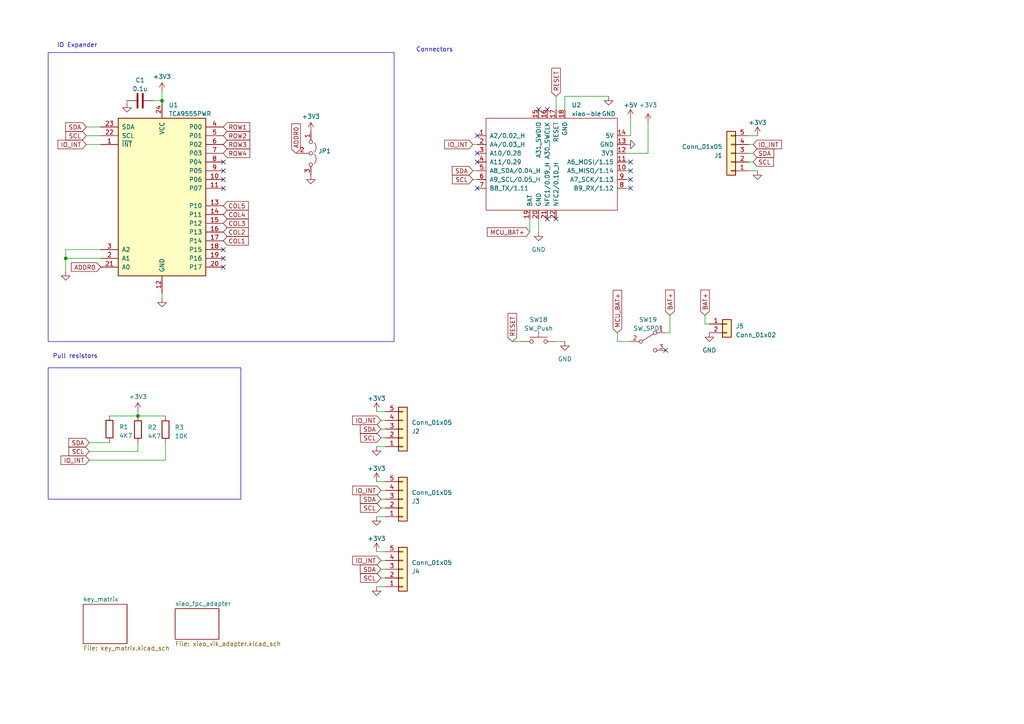
<source format=kicad_sch>
(kicad_sch (version 20230121) (generator eeschema)
  (paper "A4")
  (lib_symbols
    (symbol "+3V3_1" (power) (pin_names (offset 0))
      (property "Value" "+3V3_1" (at 0 3.556 0))
      (symbol "+3V3_1_0_1"
        (polyline (pts (xy -0.762 1.27) (xy 0 2.54)))
        (polyline (pts (xy 0 0) (xy 0 2.54)))
        (polyline (pts (xy 0 2.54) (xy 0.762 1.27)))
      )
      (symbol "+3V3_1_1_1"
        (pin power_in line (at 0 0 90) (length 0) hide (name "+3V3") (number "1"))
      )
    )
    (symbol "Connector_Generic:Conn_01x02" (pin_names (offset 1.016) hide)
      (property "Reference" "J" (at 0 2.54 0))
      (property "Value" "Conn_01x02" (at 0 -5.08 0))
      (symbol "Conn_01x02_1_1"
        (rectangle (start -1.27 -2.413) (end 0 -2.667) (stroke (width 0.1524)))
        (rectangle (start -1.27 0.127) (end 0 -0.127) (stroke (width 0.1524)))
        (rectangle (start -1.27 1.27) (end 1.27 -3.81) (stroke (width 0.254)) (fill (type background)))
        (pin passive line (at -5.08 0 0) (length 3.81) (name "Pin_1") (number "1"))
        (pin passive line (at -5.08 -2.54 0) (length 3.81) (name "Pin_2") (number "2"))
      )
    )
    (symbol "Connector_Generic:Conn_01x05" (pin_names (offset 1.016) hide)
      (property "Reference" "J" (at 0 7.62 0))
      (property "Value" "Conn_01x05" (at 0 -7.62 0))
      (symbol "Conn_01x05_1_1"
        (rectangle (start -1.27 -4.953) (end 0 -5.207) (stroke (width 0.1524)))
        (rectangle (start -1.27 -2.413) (end 0 -2.667) (stroke (width 0.1524)))
        (rectangle (start -1.27 0.127) (end 0 -0.127) (stroke (width 0.1524)))
        (rectangle (start -1.27 2.667) (end 0 2.413) (stroke (width 0.1524)))
        (rectangle (start -1.27 5.207) (end 0 4.953) (stroke (width 0.1524)))
        (rectangle (start -1.27 6.35) (end 1.27 -6.35) (stroke (width 0.254)) (fill (type background)))
        (pin passive line (at -5.08 5.08 0) (length 3.81) (name "Pin_1") (number "1"))
        (pin passive line (at -5.08 2.54 0) (length 3.81) (name "Pin_2") (number "2"))
        (pin passive line (at -5.08 0 0) (length 3.81) (name "Pin_3") (number "3"))
        (pin passive line (at -5.08 -2.54 0) (length 3.81) (name "Pin_4") (number "4"))
        (pin passive line (at -5.08 -5.08 0) (length 3.81) (name "Pin_5") (number "5"))
      )
    )
    (symbol "Device:C" (pin_numbers hide) (pin_names (offset 0.254))
      (property "Reference" "C" (at 0.635 2.54 0))
      (property "Value" "C" (at 0.635 -2.54 0))
      (symbol "C_0_1"
        (polyline (pts (xy -2.032 -0.762) (xy 2.032 -0.762)) (stroke (width 0.508)))
        (polyline (pts (xy -2.032 0.762) (xy 2.032 0.762)) (stroke (width 0.508)))
      )
      (symbol "C_1_1"
        (pin passive line (at 0 3.81 270) (length 2.794) (name "~") (number "1"))
        (pin passive line (at 0 -3.81 90) (length 2.794) (name "~") (number "2"))
      )
    )
    (symbol "Device:R" (pin_numbers hide) (pin_names (offset 0))
      (property "Reference" "R" (at 2.032 0 90))
      (property "Value" "R" (at 0 0 90))
      (symbol "R_0_1"
        (rectangle (start -1.016 -2.54) (end 1.016 2.54) (stroke (width 0.254)))
      )
      (symbol "R_1_1"
        (pin passive line (at 0 3.81 270) (length 1.27) (name "~") (number "1"))
        (pin passive line (at 0 -3.81 90) (length 1.27) (name "~") (number "2"))
      )
    )
    (symbol "Interface_Expansion:TCA9555PWR" (pin_names (offset 1.016))
      (property "Reference" "U" (at -11.43 24.13 0))
      (property "Value" "TCA9555PWR" (at 0 0 0))
      (symbol "TCA9555PWR_0_1"
        (rectangle (start -12.7 22.86) (end 12.7 -22.86) (stroke (width 0.254)) (fill (type background)))
      )
      (symbol "TCA9555PWR_1_1"
        (pin open_collector line (at -17.78 15.24 0) (length 5.08) (name "~{INT}") (number "1"))
        (pin bidirectional line (at 17.78 5.08 180) (length 5.08) (name "P06") (number "10"))
        (pin bidirectional line (at 17.78 2.54 180) (length 5.08) (name "P07") (number "11"))
        (pin power_in line (at 0 -27.94 90) (length 5.08) (name "GND") (number "12"))
        (pin bidirectional line (at 17.78 -2.54 180) (length 5.08) (name "P10") (number "13"))
        (pin bidirectional line (at 17.78 -5.08 180) (length 5.08) (name "P11") (number "14"))
        (pin bidirectional line (at 17.78 -7.62 180) (length 5.08) (name "P12") (number "15"))
        (pin bidirectional line (at 17.78 -10.16 180) (length 5.08) (name "P13") (number "16"))
        (pin bidirectional line (at 17.78 -12.7 180) (length 5.08) (name "P14") (number "17"))
        (pin bidirectional line (at 17.78 -15.24 180) (length 5.08) (name "P15") (number "18"))
        (pin bidirectional line (at 17.78 -17.78 180) (length 5.08) (name "P16") (number "19"))
        (pin input line (at -17.78 -17.78 0) (length 5.08) (name "A1") (number "2"))
        (pin bidirectional line (at 17.78 -20.32 180) (length 5.08) (name "P17") (number "20"))
        (pin input line (at -17.78 -20.32 0) (length 5.08) (name "A0") (number "21"))
        (pin input line (at -17.78 17.78 0) (length 5.08) (name "SCL") (number "22"))
        (pin bidirectional line (at -17.78 20.32 0) (length 5.08) (name "SDA") (number "23"))
        (pin power_in line (at 0 27.94 270) (length 5.08) (name "VCC") (number "24"))
        (pin input line (at -17.78 -15.24 0) (length 5.08) (name "A2") (number "3"))
        (pin bidirectional line (at 17.78 20.32 180) (length 5.08) (name "P00") (number "4"))
        (pin bidirectional line (at 17.78 17.78 180) (length 5.08) (name "P01") (number "5"))
        (pin bidirectional line (at 17.78 15.24 180) (length 5.08) (name "P02") (number "6"))
        (pin bidirectional line (at 17.78 12.7 180) (length 5.08) (name "P03") (number "7"))
        (pin bidirectional line (at 17.78 10.16 180) (length 5.08) (name "P04") (number "8"))
        (pin bidirectional line (at 17.78 7.62 180) (length 5.08) (name "P05") (number "9"))
      )
    )
    (symbol "Jumper:Jumper_3_Open" (pin_names (offset 0) hide)
      (property "Reference" "JP" (at -2.54 -2.54 0))
      (property "Value" "Jumper_3_Open" (at 0 2.794 0))
      (symbol "Jumper_3_Open_0_0"
        (circle (center -3.302 0) (radius 0.508))
        (circle (center 0 0) (radius 0.508))
        (circle (center 3.302 0) (radius 0.508))
      )
      (symbol "Jumper_3_Open_0_1"
        (arc (start -0.254 1.016) (mid -1.651 1.4992) (end -3.048 1.016))
        (polyline (pts (xy 0 -0.508) (xy 0 -1.27)))
        (arc (start 3.048 1.016) (mid 1.651 1.4992) (end 0.254 1.016))
      )
      (symbol "Jumper_3_Open_1_1"
        (pin passive line (at -6.35 0 0) (length 2.54) (name "A") (number "1"))
        (pin passive line (at 0 -3.81 90) (length 2.54) (name "C") (number "2"))
        (pin passive line (at 6.35 0 180) (length 2.54) (name "B") (number "3"))
      )
    )
    (symbol "Switch:SW_Push" (pin_numbers hide) (pin_names (offset 1.016) hide)
      (property "Reference" "SW" (at 1.27 2.54 0))
      (property "Value" "SW_Push" (at 0 -1.524 0))
      (symbol "SW_Push_0_1"
        (circle (center -2.032 0) (radius 0.508))
        (polyline (pts (xy 0 1.27) (xy 0 3.048)))
        (polyline (pts (xy 2.54 1.27) (xy -2.54 1.27)))
        (circle (center 2.032 0) (radius 0.508))
        (pin passive line (at -5.08 0 0) (length 2.54) (name "1") (number "1"))
        (pin passive line (at 5.08 0 180) (length 2.54) (name "2") (number "2"))
      )
    )
    (symbol "Switch:SW_SPDT" (pin_names (offset 0) hide)
      (property "Reference" "SW" (at 0 4.318 0))
      (property "Value" "SW_SPDT" (at 0 -5.08 0))
      (symbol "SW_SPDT_0_0"
        (circle (center -2.032 0) (radius 0.508))
        (circle (center 2.032 -2.54) (radius 0.508))
      )
      (symbol "SW_SPDT_0_1"
        (polyline (pts (xy -1.524 0.254) (xy 1.651 2.286)))
        (circle (center 2.032 2.54) (radius 0.508))
      )
      (symbol "SW_SPDT_1_1"
        (pin passive line (at 5.08 2.54 180) (length 2.54) (name "A") (number "1"))
        (pin passive line (at -5.08 0 0) (length 2.54) (name "B") (number "2"))
        (pin passive line (at 5.08 -2.54 180) (length 2.54) (name "C") (number "3"))
      )
    )
    (symbol "mcu:xiao-ble" (pin_names (offset 1.016))
      (property "Reference" "U" (at -17.78 16.51 0))
      (property "Value" "xiao-ble" (at -15.24 13.97 0))
      (symbol "xiao-ble_0_1"
        (rectangle (start -19.05 12.7) (end 19.05 -13.97))
      )
      (symbol "xiao-ble_1_1"
        (pin bidirectional line (at -21.59 7.62 0) (length 2.54) (name "A2/0.02_H") (number "1"))
        (pin bidirectional line (at 21.59 -2.54 180) (length 2.54) (name "A5_MISO/1.14") (number "10"))
        (pin bidirectional line (at 21.59 0 180) (length 2.54) (name "A6_MOSI/1.15") (number "11"))
        (pin power_out line (at 21.59 2.54 180) (length 2.54) (name "3V3") (number "12"))
        (pin power_out line (at 21.59 5.08 180) (length 2.54) (name "GND") (number "13"))
        (pin power_out line (at 21.59 7.62 180) (length 2.54) (name "5V") (number "14"))
        (pin input line (at -3.81 15.24 270) (length 2.54) (name "A31_SWDIO") (number "15"))
        (pin input line (at -1.27 15.24 270) (length 2.54) (name "A30_SWCLK") (number "16"))
        (pin input line (at 1.27 15.24 270) (length 2.54) (name "RESET") (number "17"))
        (pin power_out line (at 3.81 15.24 270) (length 2.54) (name "GND") (number "18"))
        (pin bidirectional line (at -6.35 -16.51 90) (length 2.54) (name "BAT") (number "19"))
        (pin bidirectional line (at -21.59 5.08 0) (length 2.54) (name "A4/0.03_H") (number "2"))
        (pin power_out line (at -3.81 -16.51 90) (length 2.54) (name "GND") (number "20"))
        (pin bidirectional line (at -1.27 -16.51 90) (length 2.54) (name "NFC1/0.09_H") (number "21"))
        (pin bidirectional line (at 1.27 -16.51 90) (length 2.54) (name "NFC2/0.10_H") (number "22"))
        (pin bidirectional line (at -21.59 2.54 0) (length 2.54) (name "A10/0.28") (number "3"))
        (pin bidirectional line (at -21.59 0 0) (length 2.54) (name "A11/0.29") (number "4"))
        (pin bidirectional line (at -21.59 -2.54 0) (length 2.54) (name "A8_SDA/0.04_H") (number "5"))
        (pin bidirectional line (at -21.59 -5.08 0) (length 2.54) (name "A9_SCL/0.05_H") (number "6"))
        (pin bidirectional line (at -21.59 -7.62 0) (length 2.54) (name "B8_TX/1.11") (number "7"))
        (pin bidirectional line (at 21.59 -7.62 180) (length 2.54) (name "B9_RX/1.12") (number "8"))
        (pin bidirectional line (at 21.59 -5.08 180) (length 2.54) (name "A7_SCK/1.13") (number "9"))
      )
    )
    (symbol "power:+5V" (power) (pin_names (offset 0))
      (property "Value" "+5V" (at 0 3.556 0))
      (symbol "+5V_0_1"
        (polyline (pts (xy -0.762 1.27) (xy 0 2.54)))
        (polyline (pts (xy 0 0) (xy 0 2.54)))
        (polyline (pts (xy 0 2.54) (xy 0.762 1.27)))
      )
      (symbol "+5V_1_1"
        (pin power_in line (at 0 0 90) (length 0) hide (name "+5V") (number "1"))
      )
    )
    (symbol "power:GND" (power) (pin_names (offset 0))
      (property "Value" "GND" (at 0 -3.81 0))
      (symbol "GND_0_1"
        (polyline (pts (xy 0 0) (xy 0 -1.27) (xy 1.27 -1.27) (xy 0 -2.54) (xy -1.27 -1.27) (xy 0 -1.27)))
      )
      (symbol "GND_1_1"
        (pin power_in line (at 0 0 270) (length 0) hide (name "GND") (number "1"))
      )
    )
  )
  (junction (at 40.005 120.65))
  (junction (at 19.05 74.93))
  (junction (at 46.99 29.21))
  (no_connect (at 193.04 101.6))
  (no_connect (at 182.88 52.07))
  (no_connect (at 138.43 44.45))
  (no_connect (at 156.21 31.75))
  (no_connect (at 64.77 52.07))
  (no_connect (at 64.77 77.47))
  (no_connect (at 64.77 49.53))
  (no_connect (at 64.77 74.93))
  (no_connect (at 138.43 54.61))
  (no_connect (at 64.77 46.99))
  (no_connect (at 158.75 63.5))
  (no_connect (at 138.43 46.99))
  (no_connect (at 64.77 72.39))
  (no_connect (at 64.77 54.61))
  (no_connect (at 182.88 49.53))
  (no_connect (at 182.88 54.61))
  (no_connect (at 161.29 63.5))
  (no_connect (at 158.75 31.75))
  (no_connect (at 182.88 46.99))
  (no_connect (at 138.43 39.37))
  (wire (pts (xy 218.44 46.99) (xy 217.17 46.99)))
  (wire (pts (xy 47.752 133.477) (xy 48.006 133.35)))
  (wire (pts (xy 19.05 72.39) (xy 29.21 72.39)))
  (wire (pts (xy 182.88 34.29) (xy 182.88 39.37)))
  (wire (pts (xy 36.83 29.21) (xy 36.83 29.972)))
  (wire (pts (xy 110.49 144.78) (xy 111.76 144.78)))
  (wire (pts (xy 19.05 72.39) (xy 19.05 74.93)))
  (wire (pts (xy 25.019 41.91) (xy 29.21 41.91)))
  (wire (pts (xy 181.61 49.53) (xy 182.88 49.53)))
  (wire (pts (xy 109.22 160.02) (xy 111.76 160.02)))
  (wire (pts (xy 204.47 93.98) (xy 205.74 93.98)))
  (wire (pts (xy 137.16 49.53) (xy 138.43 49.53)))
  (wire (pts (xy 25.908 130.937) (xy 40.005 130.937)))
  (wire (pts (xy 194.31 91.44) (xy 194.31 96.52)))
  (wire (pts (xy 48.006 120.65) (xy 48.006 120.777)))
  (wire (pts (xy 40.005 120.65) (xy 48.006 120.65)))
  (wire (pts (xy 25.908 128.397) (xy 31.75 128.397)))
  (wire (pts (xy 179.07 96.52) (xy 179.07 99.06)))
  (wire (pts (xy 110.49 124.46) (xy 111.76 124.46)))
  (wire (pts (xy 109.22 170.18) (xy 111.76 170.18)))
  (wire (pts (xy 110.49 121.92) (xy 111.76 121.92)))
  (wire (pts (xy 218.44 44.45) (xy 217.17 44.45)))
  (wire (pts (xy 40.005 120.65) (xy 40.005 120.777)))
  (wire (pts (xy 19.05 74.93) (xy 29.21 74.93)))
  (wire (pts (xy 40.005 119.38) (xy 40.005 120.65)))
  (wire (pts (xy 40.005 128.397) (xy 40.005 130.937)))
  (wire (pts (xy 109.22 119.38) (xy 111.76 119.38)))
  (wire (pts (xy 182.88 52.07) (xy 181.61 52.07)))
  (wire (pts (xy 110.49 142.24) (xy 111.76 142.24)))
  (wire (pts (xy 110.49 147.32) (xy 111.76 147.32)))
  (wire (pts (xy 137.16 41.91) (xy 138.43 41.91)))
  (wire (pts (xy 181.61 44.45) (xy 187.96 44.45)))
  (wire (pts (xy 153.67 63.5) (xy 153.67 67.31)))
  (wire (pts (xy 44.45 29.21) (xy 46.99 29.21)))
  (wire (pts (xy 29.21 36.83) (xy 25.019 36.83)))
  (wire (pts (xy 148.59 99.06) (xy 151.13 99.06)))
  (wire (pts (xy 182.88 46.99) (xy 181.61 46.99)))
  (wire (pts (xy 204.47 91.44) (xy 204.47 93.98)))
  (wire (pts (xy 110.49 167.64) (xy 111.76 167.64)))
  (wire (pts (xy 48.006 128.397) (xy 48.006 133.35)))
  (wire (pts (xy 110.49 165.1) (xy 111.76 165.1)))
  (wire (pts (xy 110.49 162.56) (xy 111.76 162.56)))
  (wire (pts (xy 46.99 85.09) (xy 46.99 86.487)))
  (wire (pts (xy 109.22 129.54) (xy 111.76 129.54)))
  (wire (pts (xy 25.908 133.477) (xy 47.752 133.477)))
  (wire (pts (xy 46.99 26.543) (xy 46.99 29.21)))
  (wire (pts (xy 179.07 99.06) (xy 182.88 99.06)))
  (wire (pts (xy 163.83 27.94) (xy 163.83 31.75)))
  (wire (pts (xy 187.96 44.45) (xy 187.96 35.56)))
  (wire (pts (xy 31.75 128.397) (xy 31.75 128.27)))
  (wire (pts (xy 137.16 52.07) (xy 138.43 52.07)))
  (wire (pts (xy 31.75 120.65) (xy 40.005 120.65)))
  (wire (pts (xy 161.29 27.94) (xy 161.29 31.75)))
  (wire (pts (xy 182.88 54.61) (xy 181.61 54.61)))
  (wire (pts (xy 218.44 41.91) (xy 217.17 41.91)))
  (wire (pts (xy 163.83 99.06) (xy 161.29 99.06)))
  (wire (pts (xy 25.019 39.37) (xy 29.21 39.37)))
  (wire (pts (xy 156.21 63.5) (xy 156.21 67.31)))
  (wire (pts (xy 219.71 39.37) (xy 217.17 39.37)))
  (wire (pts (xy 109.22 139.7) (xy 111.76 139.7)))
  (wire (pts (xy 109.22 149.86) (xy 111.76 149.86)))
  (wire (pts (xy 110.49 127) (xy 111.76 127)))
  (wire (pts (xy 194.31 96.52) (xy 193.04 96.52)))
  (wire (pts (xy 163.83 27.94) (xy 176.53 27.94)))
  (wire (pts (xy 182.88 39.37) (xy 181.61 39.37)))
  (wire (pts (xy 19.05 74.93) (xy 19.05 78.74)))
  (wire (pts (xy 219.71 49.53) (xy 217.17 49.53)))
  (wire (pts (xy 85.852 44.45) (xy 86.36 44.45)))
  (rectangle (start 13.97 15.24) (end 114.3 99.06))
  (rectangle (start 13.97 106.68) (end 69.85 144.78))
  (text "Pull resistors" (at 15.24 104.14 0) (effects (font (size 1.27 1.27)) (justify left bottom)))
  (text "IO Expander" (at 16.51 13.97 0) (effects (font (size 1.27 1.27)) (justify left bottom)))
  (text "Connectors" (at 120.65 15.24 0) (effects (font (size 1.27 1.27)) (justify left bottom)))
  (global_label "SDA" (shape input) (at 110.49 124.46 180) (property "Intersheetrefs" "${INTERSHEET_REFS}" (effects hide)))
  (global_label "IO_INT" (shape input) (at 110.49 162.56 180) (property "Intersheetrefs" "${INTERSHEET_REFS}" (effects hide)))
  (global_label "RESET" (shape input) (at 161.29 27.94 90) (property "Intersheetrefs" "${INTERSHEET_REFS}" (effects hide)))
  (global_label "IO_INT" (shape input) (at 25.908 133.477 180) (property "Intersheetrefs" "${INTERSHEET_REFS}" (effects hide)))
  (global_label "ADDR0" (shape input) (at 29.21 77.47 180) (property "Intersheetrefs" "${INTERSHEET_REFS}" (effects hide)))
  (global_label "IO_INT" (shape input) (at 110.49 121.92 180) (property "Intersheetrefs" "${INTERSHEET_REFS}" (effects hide)))
  (global_label "COL3" (shape input) (at 64.77 64.77 0) (property "Intersheetrefs" "${INTERSHEET_REFS}" (effects hide)))
  (global_label "MCU_BAT+" (shape input) (at 179.07 96.52 90) (property "Intersheetrefs" "${INTERSHEET_REFS}" (effects hide)))
  (global_label "MCU_BAT+" (shape input) (at 153.67 67.31 180) (property "Intersheetrefs" "${INTERSHEET_REFS}" (effects hide)))
  (global_label "SCL" (shape input) (at 137.16 52.07 180) (property "Intersheetrefs" "${INTERSHEET_REFS}" (effects hide)))
  (global_label "ROW4" (shape input) (at 64.77 44.45 0) (property "Intersheetrefs" "${INTERSHEET_REFS}" (effects hide)))
  (global_label "BAT+" (shape input) (at 194.31 91.44 90) (property "Intersheetrefs" "${INTERSHEET_REFS}" (effects hide)))
  (global_label "SCL" (shape input) (at 25.019 39.37 180) (property "Intersheetrefs" "${INTERSHEET_REFS}" (effects hide)))
  (global_label "SDA" (shape input) (at 25.019 36.83 180) (property "Intersheetrefs" "${INTERSHEET_REFS}" (effects hide)))
  (global_label "SDA" (shape input) (at 110.49 165.1 180) (property "Intersheetrefs" "${INTERSHEET_REFS}" (effects hide)))
  (global_label "COL4" (shape input) (at 64.77 62.23 0) (property "Intersheetrefs" "${INTERSHEET_REFS}" (effects hide)))
  (global_label "SCL" (shape input) (at 110.49 127 180) (property "Intersheetrefs" "${INTERSHEET_REFS}" (effects hide)))
  (global_label "SCL" (shape input) (at 218.44 46.99 0) (property "Intersheetrefs" "${INTERSHEET_REFS}" (effects hide)))
  (global_label "SCL" (shape input) (at 110.49 167.64 180) (property "Intersheetrefs" "${INTERSHEET_REFS}" (effects hide)))
  (global_label "COL5" (shape input) (at 64.77 59.69 0) (property "Intersheetrefs" "${INTERSHEET_REFS}" (effects hide)))
  (global_label "RESET" (shape input) (at 148.59 99.06 90) (property "Intersheetrefs" "${INTERSHEET_REFS}" (effects hide)))
  (global_label "COL1" (shape input) (at 64.77 69.85 0) (property "Intersheetrefs" "${INTERSHEET_REFS}" (effects hide)))
  (global_label "SDA" (shape input) (at 137.16 49.53 180) (property "Intersheetrefs" "${INTERSHEET_REFS}" (effects hide)))
  (global_label "SDA" (shape input) (at 110.49 144.78 180) (property "Intersheetrefs" "${INTERSHEET_REFS}" (effects hide)))
  (global_label "SCL" (shape input) (at 25.908 130.937 180) (property "Intersheetrefs" "${INTERSHEET_REFS}" (effects hide)))
  (global_label "ROW3" (shape input) (at 64.77 41.91 0) (property "Intersheetrefs" "${INTERSHEET_REFS}" (effects hide)))
  (global_label "ROW1" (shape input) (at 64.77 36.83 0) (property "Intersheetrefs" "${INTERSHEET_REFS}" (effects hide)))
  (global_label "IO_INT" (shape input) (at 137.16 41.91 180) (property "Intersheetrefs" "${INTERSHEET_REFS}" (effects hide)))
  (global_label "SDA" (shape input) (at 25.908 128.397 180) (property "Intersheetrefs" "${INTERSHEET_REFS}" (effects hide)))
  (global_label "BAT+" (shape input) (at 204.47 91.44 90) (property "Intersheetrefs" "${INTERSHEET_REFS}" (effects hide)))
  (global_label "SDA" (shape input) (at 218.44 44.45 0) (property "Intersheetrefs" "${INTERSHEET_REFS}" (effects hide)))
  (global_label "IO_INT" (shape input) (at 218.44 41.91 0) (property "Intersheetrefs" "${INTERSHEET_REFS}" (effects hide)))
  (global_label "IO_INT" (shape input) (at 25.019 41.91 180) (property "Intersheetrefs" "${INTERSHEET_REFS}" (effects hide)))
  (global_label "ADDR0" (shape input) (at 85.852 44.45 90) (property "Intersheetrefs" "${INTERSHEET_REFS}" (effects hide)))
  (global_label "ROW2" (shape input) (at 64.77 39.37 0) (property "Intersheetrefs" "${INTERSHEET_REFS}" (effects hide)))
  (global_label "IO_INT" (shape input) (at 110.49 142.24 180) (property "Intersheetrefs" "${INTERSHEET_REFS}" (effects hide)))
  (global_label "SCL" (shape input) (at 110.49 147.32 180) (property "Intersheetrefs" "${INTERSHEET_REFS}" (effects hide)))
  (global_label "COL2" (shape input) (at 64.77 67.31 0) (property "Intersheetrefs" "${INTERSHEET_REFS}" (effects hide)))
  (symbol (lib_name "+3V3_1") (lib_id "power:+3V3") (at 109.22 119.38 0) (mirror y) (unit 1)
    (property "Reference" "#PWR019" (effects hide))
    (property "Value" "+3V3" (at 109.22 115.57 0))
  )
  (symbol (lib_id "Device:R") (at 48.006 124.587 180) (unit 1)
    (property "Reference" "R3" (at 50.673 123.952 0) (effects (justify right)))
    (property "Value" "10K" (at 50.673 126.492 0) (effects (justify right)))
    (property "Footprint" "Resistor_SMD:R_0805_2012Metric_Pad1.20x1.40mm_HandSolder" (effects hide))
  )
  (symbol (lib_name "+3V3_1") (lib_id "power:+3V3") (at 90.17 38.1 0) (unit 1)
    (property "Reference" "#PWR07" (effects hide))
    (property "Value" "+3V3" (at 90.17 33.782 0))
  )
  (symbol (lib_id "Connector_Generic:Conn_01x02") (at 210.82 93.98 0) (unit 1)
    (property "Reference" "J5" (at 213.36 94.615 0) (effects (justify left)))
    (property "Value" "Conn_01x02" (at 213.36 97.155 0) (effects (justify left)))
    (property "Footprint" "Connector_JST:JST_PH_S2B-PH-K_1x02_P2.00mm_Horizontal" (effects hide))
  )
  (symbol (lib_id "Connector_Generic:Conn_01x05") (at 116.84 165.1 0) (mirror x) (unit 1)
    (property "Reference" "J4" (at 119.38 165.735 0) (effects (justify left)))
    (property "Value" "Conn_01x05" (at 119.38 163.195 0) (effects (justify left)))
    (property "Footprint" "Connector_JST:JST_SHL_SM05B-SHLS-TF_1x05-1MP_P1.00mm_Horizontal" (effects hide))
  )
  (symbol (lib_id "Connector_Generic:Conn_01x05") (at 116.84 144.78 0) (mirror x) (unit 1)
    (property "Reference" "J3" (at 119.38 145.415 0) (effects (justify left)))
    (property "Value" "Conn_01x05" (at 119.38 142.875 0) (effects (justify left)))
    (property "Footprint" "Connector_JST:JST_SHL_SM05B-SHLS-TF_1x05-1MP_P1.00mm_Horizontal" (effects hide))
  )
  (symbol (lib_id "power:GND") (at 90.17 50.8 0) (unit 1)
    (property "Reference" "#PWR06" (effects hide))
    (property "Value" "GND" (effects hide))
  )
  (symbol (lib_id "Switch:SW_Push") (at 156.21 99.06 0) (unit 1)
    (property "Reference" "SW18" (at 156.21 92.71 0))
    (property "Value" "SW_Push" (at 156.21 95.25 0))
    (property "Footprint" "Button_Switch_SMD:SW_SPST_SKQG_WithStem" (effects hide))
  )
  (symbol (lib_id "power:GND") (at 46.99 86.487 0) (unit 1)
    (property "Reference" "#PWR010" (effects hide))
    (property "Value" "GND" (effects hide))
  )
  (symbol (lib_id "power:GND") (at 205.74 96.52 0) (unit 1)
    (property "Reference" "#PWR026" (effects hide))
    (property "Value" "GND" (at 205.74 101.6 0))
  )
  (symbol (lib_id "Jumper:Jumper_3_Open") (at 90.17 44.45 270) (unit 1)
    (property "Reference" "JP1" (at 92.329 43.815 90) (effects (justify left)))
    (property "Value" "Jumper_3_Open" (effects hide))
    (property "Footprint" "Jumper:SolderJumper-3_P1.3mm_Open_RoundedPad1.0x1.5mm" (effects hide))
  )
  (symbol (lib_name "+3V3_1") (lib_id "power:+3V3") (at 109.22 139.7 0) (mirror y) (unit 1)
    (property "Reference" "#PWR01" (effects hide))
    (property "Value" "+3V3" (at 109.22 135.89 0))
  )
  (symbol (lib_id "Device:R") (at 31.75 124.46 180) (unit 1)
    (property "Reference" "R1" (at 34.544 123.825 0) (effects (justify right)))
    (property "Value" "4K7" (at 34.544 126.365 0) (effects (justify right)))
    (property "Footprint" "Resistor_SMD:R_0805_2012Metric_Pad1.20x1.40mm_HandSolder" (effects hide))
  )
  (symbol (lib_id "Connector_Generic:Conn_01x05") (at 212.09 44.45 180) (unit 1)
    (property "Reference" "J1" (at 209.55 45.085 0) (effects (justify left)))
    (property "Value" "Conn_01x05" (at 209.55 42.545 0) (effects (justify left)))
    (property "Footprint" "Connector_JST:JST_SHL_SM05B-SHLS-TF_1x05-1MP_P1.00mm_Horizontal" (effects hide))
  )
  (symbol (lib_id "Switch:SW_SPDT") (at 187.96 99.06 0) (unit 1)
    (property "Reference" "SW19" (at 187.96 92.71 0))
    (property "Value" "SW_SPDT" (at 187.96 95.25 0))
    (property "Footprint" "switch:switch-MSK-12C02-smd" (effects hide))
  )
  (symbol (lib_id "power:GND") (at 109.22 170.18 0) (unit 1)
    (property "Reference" "#PWR016" (effects hide))
    (property "Value" "GND" (effects hide))
  )
  (symbol (lib_name "+3V3_1") (lib_id "power:+3V3") (at 40.005 119.38 0) (unit 1)
    (property "Reference" "#PWR012" (effects hide))
    (property "Value" "+3V3" (at 40.005 115.062 0))
  )
  (symbol (lib_id "power:GND") (at 36.83 29.972 0) (unit 1)
    (property "Reference" "#PWR04" (effects hide))
    (property "Value" "GND" (effects hide))
  )
  (symbol (lib_id "Interface_Expansion:TCA9555PWR") (at 46.99 57.15 0) (unit 1)
    (property "Reference" "U1" (at 48.9459 30.48 0) (effects (justify left)))
    (property "Value" "TCA9555PWR" (at 48.9459 33.02 0) (effects (justify left)))
    (property "Footprint" "Package_SO:TSSOP-24_4.4x7.8mm_P0.65mm" (effects hide))
    (property "Datasheet" "http://www.ti.com/lit/ds/symlink/tca9555.pdf" (effects hide))
  )
  (symbol (lib_id "power:GND") (at 176.53 27.94 0) (unit 1)
    (property "Reference" "#PWR03" (effects hide))
    (property "Value" "GND" (at 176.53 33.02 0))
  )
  (symbol (lib_id "mcu:xiao-ble") (at 160.02 46.99 0) (unit 1)
    (property "Reference" "U2" (at 165.7859 30.48 0) (effects (justify left)))
    (property "Value" "xiao-ble" (at 165.7859 33.02 0) (effects (justify left)))
    (property "Footprint" "mcu:xiao-ble-tht-bodge" (effects hide))
  )
  (symbol (lib_id "power:GND") (at 156.21 67.31 0) (unit 1)
    (property "Reference" "#PWR025" (effects hide))
    (property "Value" "GND" (at 156.21 72.39 0))
  )
  (symbol (lib_id "power:GND") (at 109.22 129.54 0) (unit 1)
    (property "Reference" "#PWR024" (effects hide))
    (property "Value" "GND" (effects hide))
  )
  (symbol (lib_id "Connector_Generic:Conn_01x05") (at 116.84 124.46 0) (mirror x) (unit 1)
    (property "Reference" "J2" (at 119.38 125.095 0) (effects (justify left)))
    (property "Value" "Conn_01x05" (at 119.38 122.555 0) (effects (justify left)))
    (property "Footprint" "Connector_JST:JST_SHL_SM05B-SHLS-TF_1x05-1MP_P1.00mm_Horizontal" (effects hide))
  )
  (symbol (lib_id "Device:C") (at 40.64 29.21 90) (unit 1)
    (property "Reference" "C1" (at 40.64 23.241 90))
    (property "Value" "0.1u" (at 40.64 25.781 90))
    (property "Footprint" "Capacitor_SMD:C_0402_1005Metric_Pad0.74x0.62mm_HandSolder" (effects hide))
  )
  (symbol (lib_id "Device:R") (at 40.005 124.587 180) (unit 1)
    (property "Reference" "R2" (at 42.799 123.952 0) (effects (justify right)))
    (property "Value" "4K7" (at 42.799 126.492 0) (effects (justify right)))
    (property "Footprint" "Resistor_SMD:R_0805_2012Metric_Pad1.20x1.40mm_HandSolder" (effects hide))
  )
  (symbol (lib_id "power:GND") (at 219.71 49.53 0) (mirror y) (unit 1)
    (property "Reference" "#PWR09" (effects hide))
    (property "Value" "GND" (effects hide))
  )
  (symbol (lib_id "power:GND") (at 181.61 41.91 90) (mirror x) (unit 1)
    (property "Reference" "#PWR022" (effects hide))
    (property "Value" "GND" (effects hide))
  )
  (symbol (lib_name "+3V3_1") (lib_id "power:+3V3") (at 219.71 39.37 0) (unit 1)
    (property "Reference" "#PWR08" (effects hide))
    (property "Value" "+3V3" (at 219.71 35.56 0))
  )
  (symbol (lib_name "+3V3_1") (lib_id "power:+3V3") (at 46.99 26.543 0) (unit 1)
    (property "Reference" "#PWR011" (effects hide))
    (property "Value" "+3V3" (at 46.99 22.225 0))
  )
  (symbol (lib_name "+3V3_1") (lib_id "power:+3V3") (at 187.96 35.56 0) (unit 1)
    (property "Reference" "#PWR017" (effects hide))
    (property "Value" "+3V3" (at 187.96 30.48 0))
  )
  (symbol (lib_id "power:+5V") (at 182.88 34.29 0) (mirror y) (unit 1)
    (property "Reference" "#PWR013" (effects hide))
    (property "Value" "+5V" (at 182.88 30.48 0))
  )
  (symbol (lib_name "+3V3_1") (lib_id "power:+3V3") (at 109.22 160.02 0) (mirror y) (unit 1)
    (property "Reference" "#PWR015" (effects hide))
    (property "Value" "+3V3" (at 109.22 156.21 0))
  )
  (symbol (lib_id "power:GND") (at 163.83 99.06 0) (unit 1)
    (property "Reference" "#PWR014" (effects hide))
    (property "Value" "GND" (at 163.83 104.14 0))
  )
  (symbol (lib_id "power:GND") (at 109.22 149.86 0) (unit 1)
    (property "Reference" "#PWR02" (effects hide))
    (property "Value" "GND" (effects hide))
  )
  (symbol (lib_id "power:GND") (at 19.05 78.74 0) (unit 1)
    (property "Reference" "#PWR05" (effects hide))
    (property "Value" "GND" (effects hide))
  )
  (sheet (at 50.8 176.53) (size 12.7 8.89) (stroke (width 0.1524))
    (property "Sheetname" "xiao_fpc_adapter" (at 50.8 175.8184 0) (effects (justify left bottom)))
    (property "Sheetfile" "xiao_vik_adapter.kicad_sch" (at 50.8 186.0046 0) (effects (justify left top)))
  )
  (sheet (at 24.13 175.26) (size 12.7 11.43) (stroke (width 0.1524))
    (property "Sheetname" "key_matrix" (at 24.13 174.5484 0) (effects (justify left bottom)))
    (property "Sheetfile" "key_matrix.kicad_sch" (at 24.13 187.2746 0) (effects (justify left top)))
  )
)
</source>
